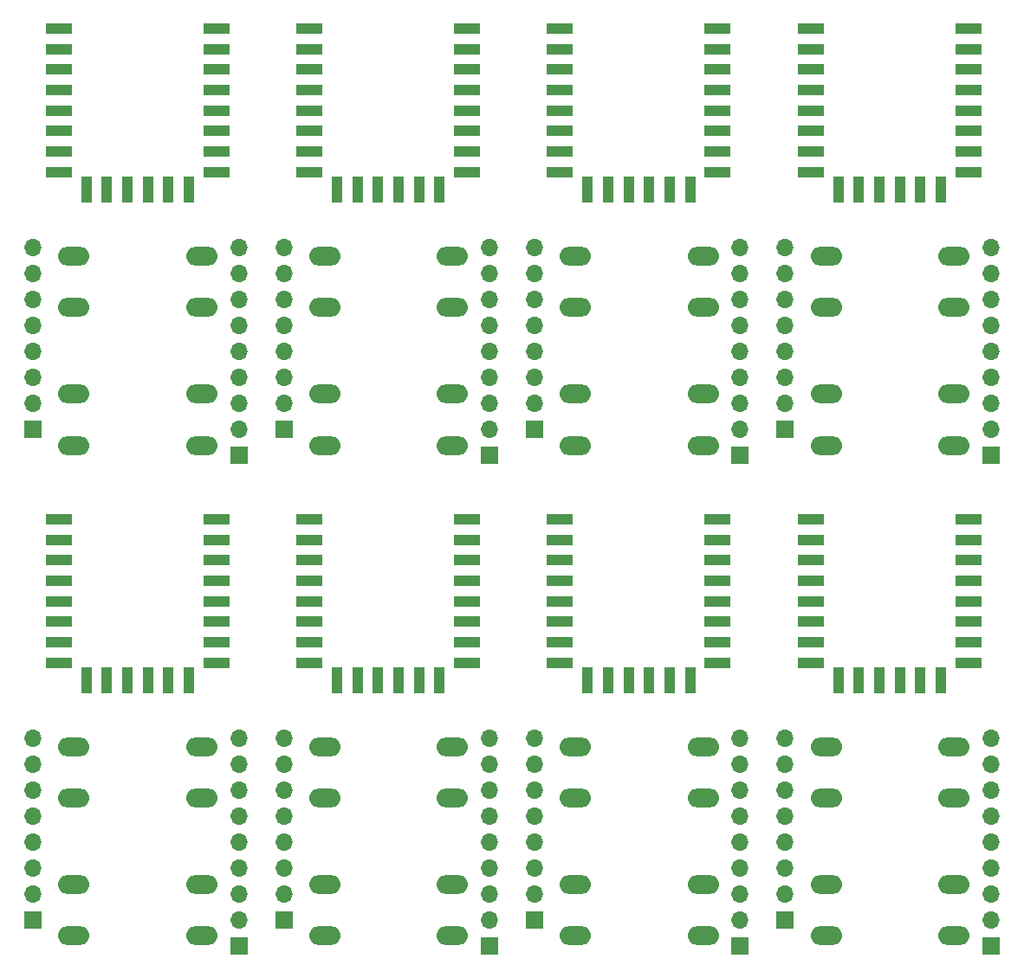
<source format=gbs>
G04 #@! TF.GenerationSoftware,KiCad,Pcbnew,7.0.7*
G04 #@! TF.CreationDate,2024-02-29T14:06:03-05:00*
G04 #@! TF.ProjectId,panelized,70616e65-6c69-47a6-9564-2e6b69636164,rev?*
G04 #@! TF.SameCoordinates,Original*
G04 #@! TF.FileFunction,Soldermask,Bot*
G04 #@! TF.FilePolarity,Negative*
%FSLAX46Y46*%
G04 Gerber Fmt 4.6, Leading zero omitted, Abs format (unit mm)*
G04 Created by KiCad (PCBNEW 7.0.7) date 2024-02-29 14:06:03*
%MOMM*%
%LPD*%
G01*
G04 APERTURE LIST*
%ADD10O,3.048000X1.850000*%
%ADD11R,2.500000X1.100000*%
%ADD12R,1.100000X2.500000*%
%ADD13R,1.700000X1.700000*%
%ADD14O,1.700000X1.700000*%
G04 APERTURE END LIST*
D10*
X130200000Y-111900000D03*
X142700000Y-111900000D03*
X130200000Y-106900000D03*
X142700000Y-106900000D03*
X105700000Y-111900000D03*
X118200000Y-111900000D03*
X105700000Y-106900000D03*
X118200000Y-106900000D03*
D11*
X119600000Y-71150000D03*
X119600000Y-73150000D03*
X119600000Y-75150000D03*
X119600000Y-77150000D03*
X119600000Y-79150000D03*
X119600000Y-81150000D03*
X119600000Y-83150000D03*
X119600000Y-85150000D03*
X104200000Y-85150000D03*
X104200000Y-83150000D03*
X104200000Y-81150000D03*
X104200000Y-79150000D03*
X104200000Y-77150000D03*
X104200000Y-75150000D03*
X104200000Y-73150000D03*
X104200000Y-71150000D03*
D12*
X116910000Y-86850000D03*
X114910000Y-86850000D03*
X112910000Y-86850000D03*
X110910000Y-86850000D03*
X108910000Y-86850000D03*
X106910000Y-86850000D03*
D10*
X105700000Y-63900000D03*
X118200000Y-63900000D03*
X105700000Y-58900000D03*
X118200000Y-58900000D03*
D11*
X119600000Y-23150000D03*
X119600000Y-25150000D03*
X119600000Y-27150000D03*
X119600000Y-29150000D03*
X119600000Y-31150000D03*
X119600000Y-33150000D03*
X119600000Y-35150000D03*
X119600000Y-37150000D03*
X104200000Y-37150000D03*
X104200000Y-35150000D03*
X104200000Y-33150000D03*
X104200000Y-31150000D03*
X104200000Y-29150000D03*
X104200000Y-27150000D03*
X104200000Y-25150000D03*
X104200000Y-23150000D03*
D12*
X116910000Y-38850000D03*
X114910000Y-38850000D03*
X112910000Y-38850000D03*
X110910000Y-38850000D03*
X108910000Y-38850000D03*
X106910000Y-38850000D03*
D11*
X168600000Y-23150000D03*
X168600000Y-25150000D03*
X168600000Y-27150000D03*
X168600000Y-29150000D03*
X168600000Y-31150000D03*
X168600000Y-33150000D03*
X168600000Y-35150000D03*
X168600000Y-37150000D03*
X153200000Y-37150000D03*
X153200000Y-35150000D03*
X153200000Y-33150000D03*
X153200000Y-31150000D03*
X153200000Y-29150000D03*
X153200000Y-27150000D03*
X153200000Y-25150000D03*
X153200000Y-23150000D03*
D12*
X165910000Y-38850000D03*
X163910000Y-38850000D03*
X161910000Y-38850000D03*
X159910000Y-38850000D03*
X157910000Y-38850000D03*
X155910000Y-38850000D03*
D10*
X154700000Y-50400000D03*
X167200000Y-50400000D03*
X154700000Y-45400000D03*
X167200000Y-45400000D03*
X179200000Y-98400000D03*
X191700000Y-98400000D03*
X179200000Y-93400000D03*
X191700000Y-93400000D03*
D11*
X193100000Y-23150000D03*
X193100000Y-25150000D03*
X193100000Y-27150000D03*
X193100000Y-29150000D03*
X193100000Y-31150000D03*
X193100000Y-33150000D03*
X193100000Y-35150000D03*
X193100000Y-37150000D03*
X177700000Y-37150000D03*
X177700000Y-35150000D03*
X177700000Y-33150000D03*
X177700000Y-31150000D03*
X177700000Y-29150000D03*
X177700000Y-27150000D03*
X177700000Y-25150000D03*
X177700000Y-23150000D03*
D12*
X190410000Y-38850000D03*
X188410000Y-38850000D03*
X186410000Y-38850000D03*
X184410000Y-38850000D03*
X182410000Y-38850000D03*
X180410000Y-38850000D03*
D10*
X130200000Y-63900000D03*
X142700000Y-63900000D03*
X130200000Y-58900000D03*
X142700000Y-58900000D03*
X105700000Y-50400000D03*
X118200000Y-50400000D03*
X105700000Y-45400000D03*
X118200000Y-45400000D03*
X130200000Y-50400000D03*
X142700000Y-50400000D03*
X130200000Y-45400000D03*
X142700000Y-45400000D03*
X179200000Y-50400000D03*
X191700000Y-50400000D03*
X179200000Y-45400000D03*
X191700000Y-45400000D03*
X154700000Y-111900000D03*
X167200000Y-111900000D03*
X154700000Y-106900000D03*
X167200000Y-106900000D03*
X154700000Y-98400000D03*
X167200000Y-98400000D03*
X154700000Y-93400000D03*
X167200000Y-93400000D03*
X154700000Y-63900000D03*
X167200000Y-63900000D03*
X154700000Y-58900000D03*
X167200000Y-58900000D03*
X179200000Y-111900000D03*
X191700000Y-111900000D03*
X179200000Y-106900000D03*
X191700000Y-106900000D03*
X105700000Y-98400000D03*
X118200000Y-98400000D03*
X105700000Y-93400000D03*
X118200000Y-93400000D03*
X130200000Y-98400000D03*
X142700000Y-98400000D03*
X130200000Y-93400000D03*
X142700000Y-93400000D03*
D11*
X144100000Y-23150000D03*
X144100000Y-25150000D03*
X144100000Y-27150000D03*
X144100000Y-29150000D03*
X144100000Y-31150000D03*
X144100000Y-33150000D03*
X144100000Y-35150000D03*
X144100000Y-37150000D03*
X128700000Y-37150000D03*
X128700000Y-35150000D03*
X128700000Y-33150000D03*
X128700000Y-31150000D03*
X128700000Y-29150000D03*
X128700000Y-27150000D03*
X128700000Y-25150000D03*
X128700000Y-23150000D03*
D12*
X141410000Y-38850000D03*
X139410000Y-38850000D03*
X137410000Y-38850000D03*
X135410000Y-38850000D03*
X133410000Y-38850000D03*
X131410000Y-38850000D03*
D10*
X179200000Y-63900000D03*
X191700000Y-63900000D03*
X179200000Y-58900000D03*
X191700000Y-58900000D03*
D11*
X193100000Y-71150000D03*
X193100000Y-73150000D03*
X193100000Y-75150000D03*
X193100000Y-77150000D03*
X193100000Y-79150000D03*
X193100000Y-81150000D03*
X193100000Y-83150000D03*
X193100000Y-85150000D03*
X177700000Y-85150000D03*
X177700000Y-83150000D03*
X177700000Y-81150000D03*
X177700000Y-79150000D03*
X177700000Y-77150000D03*
X177700000Y-75150000D03*
X177700000Y-73150000D03*
X177700000Y-71150000D03*
D12*
X190410000Y-86850000D03*
X188410000Y-86850000D03*
X186410000Y-86850000D03*
X184410000Y-86850000D03*
X182410000Y-86850000D03*
X180410000Y-86850000D03*
D11*
X168600000Y-71150000D03*
X168600000Y-73150000D03*
X168600000Y-75150000D03*
X168600000Y-77150000D03*
X168600000Y-79150000D03*
X168600000Y-81150000D03*
X168600000Y-83150000D03*
X168600000Y-85150000D03*
X153200000Y-85150000D03*
X153200000Y-83150000D03*
X153200000Y-81150000D03*
X153200000Y-79150000D03*
X153200000Y-77150000D03*
X153200000Y-75150000D03*
X153200000Y-73150000D03*
X153200000Y-71150000D03*
D12*
X165910000Y-86850000D03*
X163910000Y-86850000D03*
X161910000Y-86850000D03*
X159910000Y-86850000D03*
X157910000Y-86850000D03*
X155910000Y-86850000D03*
D11*
X144100000Y-71150000D03*
X144100000Y-73150000D03*
X144100000Y-75150000D03*
X144100000Y-77150000D03*
X144100000Y-79150000D03*
X144100000Y-81150000D03*
X144100000Y-83150000D03*
X144100000Y-85150000D03*
X128700000Y-85150000D03*
X128700000Y-83150000D03*
X128700000Y-81150000D03*
X128700000Y-79150000D03*
X128700000Y-77150000D03*
X128700000Y-75150000D03*
X128700000Y-73150000D03*
X128700000Y-71150000D03*
D12*
X141410000Y-86850000D03*
X139410000Y-86850000D03*
X137410000Y-86850000D03*
X135410000Y-86850000D03*
X133410000Y-86850000D03*
X131410000Y-86850000D03*
D13*
X195300000Y-112880000D03*
D14*
X195300000Y-110340000D03*
X195300000Y-107800000D03*
X195300000Y-105260000D03*
X195300000Y-102720000D03*
X195300000Y-100180000D03*
X195300000Y-97640000D03*
X195300000Y-95100000D03*
X195300000Y-92560000D03*
D13*
X170800000Y-112880000D03*
D14*
X170800000Y-110340000D03*
X170800000Y-107800000D03*
X170800000Y-105260000D03*
X170800000Y-102720000D03*
X170800000Y-100180000D03*
X170800000Y-97640000D03*
X170800000Y-95100000D03*
X170800000Y-92560000D03*
D13*
X150700000Y-110360000D03*
D14*
X150700000Y-107820000D03*
X150700000Y-105280000D03*
X150700000Y-102740000D03*
X150700000Y-100200000D03*
X150700000Y-97660000D03*
X150700000Y-95120000D03*
X150700000Y-92580000D03*
D13*
X126200000Y-62360000D03*
D14*
X126200000Y-59820000D03*
X126200000Y-57280000D03*
X126200000Y-54740000D03*
X126200000Y-52200000D03*
X126200000Y-49660000D03*
X126200000Y-47120000D03*
X126200000Y-44580000D03*
D13*
X126200000Y-110360000D03*
D14*
X126200000Y-107820000D03*
X126200000Y-105280000D03*
X126200000Y-102740000D03*
X126200000Y-100200000D03*
X126200000Y-97660000D03*
X126200000Y-95120000D03*
X126200000Y-92580000D03*
D13*
X195300000Y-64880000D03*
D14*
X195300000Y-62340000D03*
X195300000Y-59800000D03*
X195300000Y-57260000D03*
X195300000Y-54720000D03*
X195300000Y-52180000D03*
X195300000Y-49640000D03*
X195300000Y-47100000D03*
X195300000Y-44560000D03*
D13*
X175200000Y-110360000D03*
D14*
X175200000Y-107820000D03*
X175200000Y-105280000D03*
X175200000Y-102740000D03*
X175200000Y-100200000D03*
X175200000Y-97660000D03*
X175200000Y-95120000D03*
X175200000Y-92580000D03*
D13*
X101700000Y-62360000D03*
D14*
X101700000Y-59820000D03*
X101700000Y-57280000D03*
X101700000Y-54740000D03*
X101700000Y-52200000D03*
X101700000Y-49660000D03*
X101700000Y-47120000D03*
X101700000Y-44580000D03*
D13*
X121800000Y-112880000D03*
D14*
X121800000Y-110340000D03*
X121800000Y-107800000D03*
X121800000Y-105260000D03*
X121800000Y-102720000D03*
X121800000Y-100180000D03*
X121800000Y-97640000D03*
X121800000Y-95100000D03*
X121800000Y-92560000D03*
D13*
X150700000Y-62360000D03*
D14*
X150700000Y-59820000D03*
X150700000Y-57280000D03*
X150700000Y-54740000D03*
X150700000Y-52200000D03*
X150700000Y-49660000D03*
X150700000Y-47120000D03*
X150700000Y-44580000D03*
D13*
X121800000Y-64880000D03*
D14*
X121800000Y-62340000D03*
X121800000Y-59800000D03*
X121800000Y-57260000D03*
X121800000Y-54720000D03*
X121800000Y-52180000D03*
X121800000Y-49640000D03*
X121800000Y-47100000D03*
X121800000Y-44560000D03*
D13*
X101700000Y-110360000D03*
D14*
X101700000Y-107820000D03*
X101700000Y-105280000D03*
X101700000Y-102740000D03*
X101700000Y-100200000D03*
X101700000Y-97660000D03*
X101700000Y-95120000D03*
X101700000Y-92580000D03*
D13*
X146300000Y-112880000D03*
D14*
X146300000Y-110340000D03*
X146300000Y-107800000D03*
X146300000Y-105260000D03*
X146300000Y-102720000D03*
X146300000Y-100180000D03*
X146300000Y-97640000D03*
X146300000Y-95100000D03*
X146300000Y-92560000D03*
D13*
X146300000Y-64880000D03*
D14*
X146300000Y-62340000D03*
X146300000Y-59800000D03*
X146300000Y-57260000D03*
X146300000Y-54720000D03*
X146300000Y-52180000D03*
X146300000Y-49640000D03*
X146300000Y-47100000D03*
X146300000Y-44560000D03*
D13*
X175200000Y-62360000D03*
D14*
X175200000Y-59820000D03*
X175200000Y-57280000D03*
X175200000Y-54740000D03*
X175200000Y-52200000D03*
X175200000Y-49660000D03*
X175200000Y-47120000D03*
X175200000Y-44580000D03*
D13*
X170800000Y-64880000D03*
D14*
X170800000Y-62340000D03*
X170800000Y-59800000D03*
X170800000Y-57260000D03*
X170800000Y-54720000D03*
X170800000Y-52180000D03*
X170800000Y-49640000D03*
X170800000Y-47100000D03*
X170800000Y-44560000D03*
M02*

</source>
